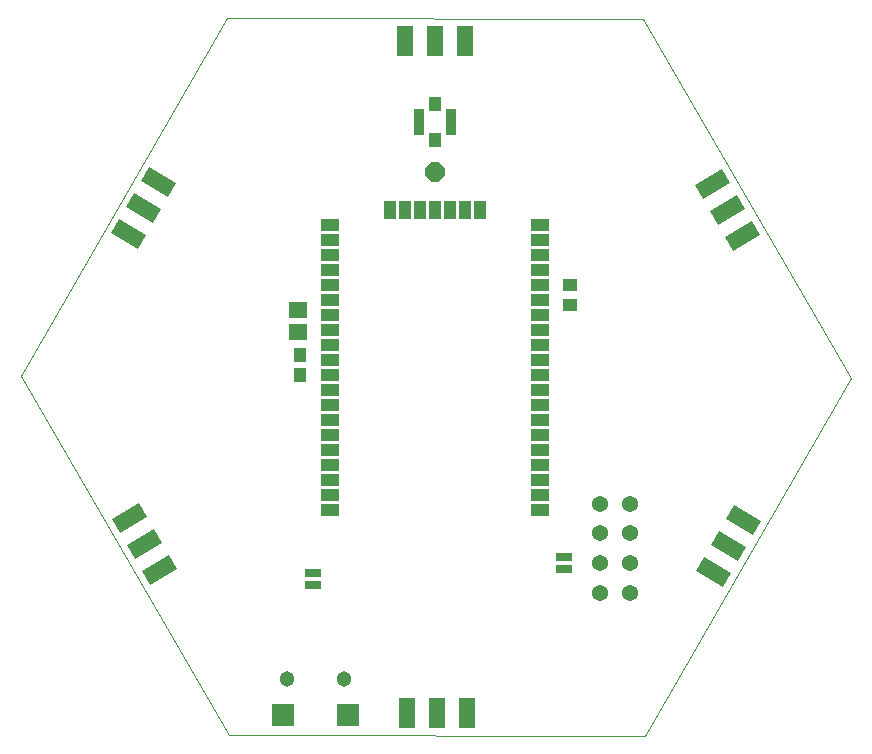
<source format=gbs>
G75*
%MOIN*%
%OFA0B0*%
%FSLAX25Y25*%
%IPPOS*%
%LPD*%
%AMOC8*
5,1,8,0,0,1.08239X$1,22.5*
%
%ADD10C,0.00000*%
%ADD11R,0.06306X0.05518*%
%ADD12R,0.04337X0.04731*%
%ADD13OC8,0.06400*%
%ADD14R,0.05400X0.10400*%
%ADD15R,0.10400X0.05400*%
%ADD16R,0.04731X0.04337*%
%ADD17R,0.05400X0.02900*%
%ADD18C,0.05400*%
%ADD19R,0.06400X0.04400*%
%ADD20R,0.04400X0.06400*%
%ADD21R,0.07400X0.07400*%
%ADD22C,0.05124*%
%ADD23R,0.03746X0.09061*%
%ADD24R,0.04337X0.04534*%
D10*
X0156177Y0131750D02*
X0294617Y0131378D01*
X0363514Y0250712D01*
X0293972Y0370419D01*
X0155532Y0370791D01*
X0086634Y0251457D01*
X0156177Y0131750D01*
D11*
X0179174Y0265922D03*
X0179174Y0273402D03*
D12*
X0179875Y0258260D03*
X0179875Y0251567D03*
D13*
X0224625Y0319362D03*
D14*
X0224752Y0363105D03*
X0234752Y0363105D03*
X0214752Y0363105D03*
X0215397Y0139064D03*
X0225397Y0139064D03*
X0235397Y0139064D03*
D15*
G36*
X0314417Y0191073D02*
X0323423Y0185874D01*
X0320723Y0181197D01*
X0311717Y0186396D01*
X0314417Y0191073D01*
G37*
G36*
X0319417Y0199733D02*
X0328423Y0194534D01*
X0325723Y0189857D01*
X0316717Y0195056D01*
X0319417Y0199733D01*
G37*
G36*
X0324417Y0208393D02*
X0333423Y0203194D01*
X0330723Y0198517D01*
X0321717Y0203716D01*
X0324417Y0208393D01*
G37*
G36*
X0321440Y0297831D02*
X0330446Y0303030D01*
X0333146Y0298353D01*
X0324140Y0293154D01*
X0321440Y0297831D01*
G37*
G36*
X0316440Y0306491D02*
X0325446Y0311690D01*
X0328146Y0307013D01*
X0319140Y0301814D01*
X0316440Y0306491D01*
G37*
G36*
X0311440Y0315151D02*
X0320446Y0320350D01*
X0323146Y0315673D01*
X0314140Y0310474D01*
X0311440Y0315151D01*
G37*
G36*
X0135731Y0311096D02*
X0126725Y0316295D01*
X0129425Y0320972D01*
X0138431Y0315773D01*
X0135731Y0311096D01*
G37*
G36*
X0130731Y0302436D02*
X0121725Y0307635D01*
X0124425Y0312312D01*
X0133431Y0307113D01*
X0130731Y0302436D01*
G37*
G36*
X0125731Y0293776D02*
X0116725Y0298975D01*
X0119425Y0303652D01*
X0128431Y0298453D01*
X0125731Y0293776D01*
G37*
G36*
X0128754Y0204275D02*
X0119748Y0199076D01*
X0117048Y0203753D01*
X0126054Y0208952D01*
X0128754Y0204275D01*
G37*
G36*
X0133754Y0195615D02*
X0124748Y0190416D01*
X0122048Y0195093D01*
X0131054Y0200292D01*
X0133754Y0195615D01*
G37*
G36*
X0138754Y0186954D02*
X0129748Y0181755D01*
X0127048Y0186432D01*
X0136054Y0191631D01*
X0138754Y0186954D01*
G37*
D16*
X0269875Y0275067D03*
X0269875Y0281760D03*
D17*
X0267791Y0190978D03*
X0267791Y0186978D03*
X0184124Y0185562D03*
X0184124Y0181562D03*
D18*
X0279725Y0178962D03*
X0279725Y0188962D03*
X0279725Y0198962D03*
X0279700Y0208887D03*
X0289700Y0208887D03*
X0289725Y0198962D03*
X0289725Y0188962D03*
X0289725Y0178962D03*
D19*
X0259687Y0206719D03*
X0259687Y0211719D03*
X0259687Y0216719D03*
X0259687Y0221719D03*
X0259687Y0226719D03*
X0259687Y0231719D03*
X0259687Y0236719D03*
X0259687Y0241719D03*
X0259687Y0246719D03*
X0259687Y0251719D03*
X0259687Y0256719D03*
X0259687Y0261719D03*
X0259687Y0266719D03*
X0259687Y0271719D03*
X0259687Y0276719D03*
X0259687Y0281719D03*
X0259687Y0286719D03*
X0259687Y0291719D03*
X0259687Y0296719D03*
X0259687Y0301719D03*
X0189687Y0301719D03*
X0189687Y0296719D03*
X0189687Y0291719D03*
X0189687Y0286719D03*
X0189687Y0281719D03*
X0189687Y0276719D03*
X0189687Y0271719D03*
X0189687Y0266719D03*
X0189687Y0261719D03*
X0189687Y0256719D03*
X0189687Y0251719D03*
X0189687Y0246719D03*
X0189687Y0241719D03*
X0189687Y0236719D03*
X0189687Y0231719D03*
X0189687Y0226719D03*
X0189687Y0221719D03*
X0189687Y0216719D03*
X0189687Y0211719D03*
X0189687Y0206719D03*
D20*
X0209687Y0306719D03*
X0214687Y0306719D03*
X0219687Y0306719D03*
X0224687Y0306719D03*
X0229687Y0306719D03*
X0234687Y0306719D03*
X0239687Y0306719D03*
D21*
X0195658Y0138402D03*
X0174201Y0138402D03*
D22*
X0175382Y0150331D03*
X0194477Y0150331D03*
D23*
X0219218Y0335913D03*
X0230045Y0335913D03*
D24*
X0224632Y0329909D03*
X0224632Y0341917D03*
M02*

</source>
